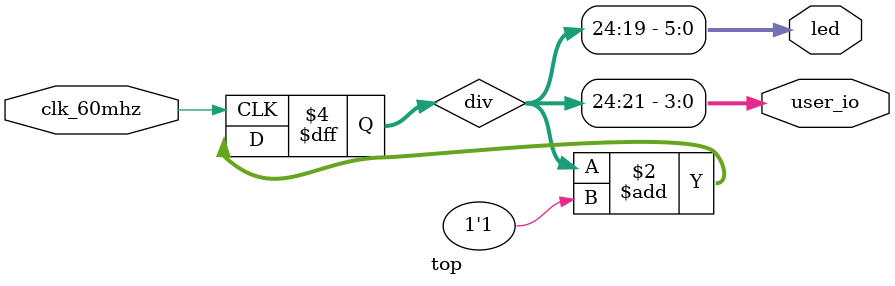
<source format=v>
/**
 * Simple, verilog blinky to test the FPGA.
 *
 * Copyright (c) 2020 Great Scott Gadgets <info@greatscottgadgets.com>
 * SPDX-License-Identifier: BSD-3-Clause
 */

module top(input clk_60mhz, output [5:0] led, output [3:0] user_io);

	 reg [24:0] div = 0;

	 always @ ( posedge clk_60mhz ) begin
	 	div <= div + 1'b1;
	 end

	 assign led = div[24:19];
	 assign user_io = div[24:21];

endmodule

</source>
